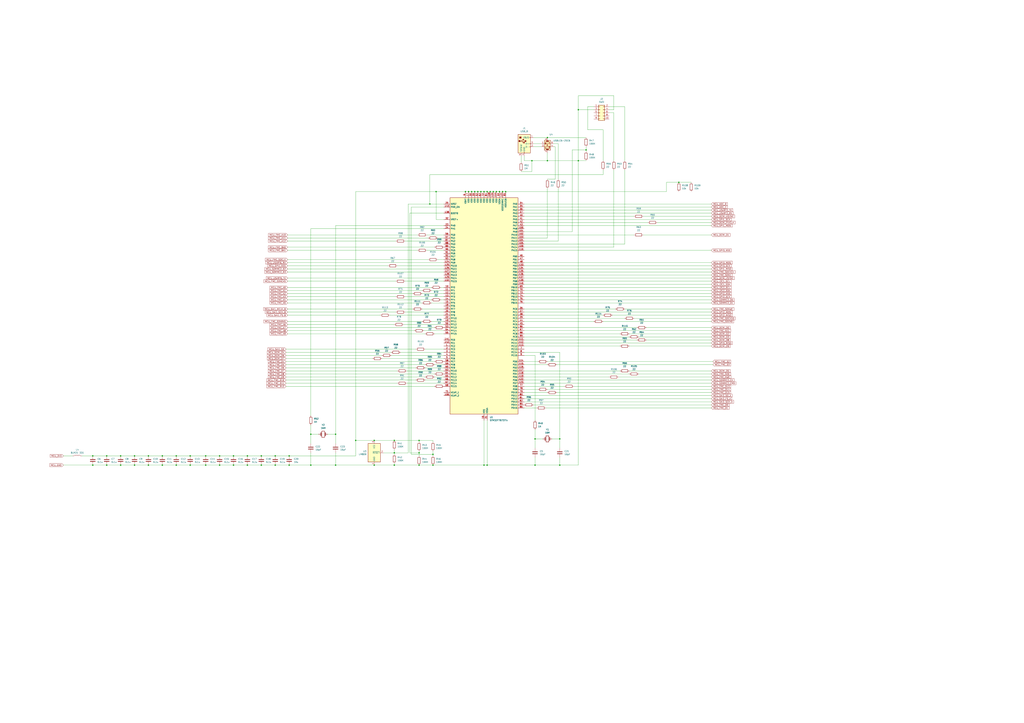
<source format=kicad_sch>
(kicad_sch (version 20250114) (generator "eeschema") (generator_version "9.0")
  (paper "A1")
  (junction (at 382.27 157.48))
  (junction (at 400.05 382.27))
  (junction (at 121.92 382.27))
  (junction (at 358.14 157.48))
  (junction (at 110.49 382.27))
  (junction (at 439.42 360.68))
  (junction (at 397.51 157.48))
  (junction (at 99.06 382.27))
  (junction (at 410.21 157.48))
  (junction (at 449.58 113.03))
  (junction (at 557.53 149.86))
  (junction (at 323.85 361.95))
  (junction (at 412.75 157.48))
  (junction (at 275.59 382.27))
  (junction (at 121.92 374.65))
  (junction (at 402.59 157.48))
  (junction (at 275.59 356.87))
  (junction (at 344.17 382.27))
  (junction (at 384.81 157.48))
  (junction (at 76.2 382.27))
  (junction (at 355.6 382.27))
  (junction (at 180.34 382.27))
  (junction (at 87.63 382.27))
  (junction (at 144.78 382.27))
  (junction (at 76.2 374.65))
  (junction (at 387.35 157.48))
  (junction (at 344.17 372.11))
  (junction (at 344.17 361.95))
  (junction (at 168.91 382.27))
  (junction (at 156.21 374.65))
  (junction (at 323.85 382.27))
  (junction (at 307.34 361.95))
  (junction (at 191.77 374.65))
  (junction (at 459.74 382.27))
  (junction (at 133.35 374.65))
  (junction (at 474.98 132.08))
  (junction (at 156.21 382.27))
  (junction (at 407.67 157.48))
  (junction (at 110.49 374.65))
  (junction (at 99.06 374.65))
  (junction (at 481.33 123.19))
  (junction (at 307.34 382.27))
  (junction (at 389.89 157.48))
  (junction (at 255.27 356.87))
  (junction (at 323.85 372.11))
  (junction (at 237.49 374.65))
  (junction (at 203.2 374.65))
  (junction (at 405.13 157.48))
  (junction (at 459.74 360.68))
  (junction (at 415.29 157.48))
  (junction (at 226.06 382.27))
  (junction (at 180.34 374.65))
  (junction (at 392.43 157.48))
  (junction (at 397.51 382.27))
  (junction (at 144.78 374.65))
  (junction (at 214.63 382.27))
  (junction (at 355.6 373.38))
  (junction (at 226.06 374.65))
  (junction (at 133.35 382.27))
  (junction (at 292.1 361.95))
  (junction (at 449.58 132.08))
  (junction (at 474.98 90.17))
  (junction (at 168.91 374.65))
  (junction (at 214.63 374.65))
  (junction (at 255.27 382.27))
  (junction (at 203.2 382.27))
  (junction (at 191.77 382.27))
  (junction (at 237.49 382.27))
  (junction (at 439.42 382.27))
  (junction (at 436.88 132.08))
  (junction (at 87.63 374.65))
  (junction (at 353.06 167.64))
  (junction (at 394.97 157.48))
  (junction (at 400.05 157.48))
  (wire (pts (xy 547.37 157.48) (xy 547.37 149.86)))
  (wire (pts (xy 236.22 264.16) (xy 346.71 264.16)))
  (wire (pts (xy 214.63 374.65) (xy 203.2 374.65)))
  (wire (pts (xy 275.59 372.11) (xy 275.59 382.27)))
  (wire (pts (xy 236.22 238.76) (xy 346.71 238.76)))
  (wire (pts (xy 355.6 361.95) (xy 344.17 361.95)))
  (wire (pts (xy 334.01 304.8) (xy 364.49 304.8)))
  (wire (pts (xy 584.2 330.2) (xy 430.53 330.2)))
  (wire (pts (xy 400.05 345.44) (xy 400.05 382.27)))
  (wire (pts (xy 430.53 226.06) (xy 584.2 226.06)))
  (wire (pts (xy 236.22 259.08) (xy 312.42 259.08)))
  (wire (pts (xy 236.22 254) (xy 339.09 254)))
  (wire (pts (xy 359.41 195.58) (xy 364.49 195.58)))
  (wire (pts (xy 236.22 266.7) (xy 323.85 266.7)))
  (wire (pts (xy 584.2 276.86) (xy 524.51 276.86)))
  (wire (pts (xy 523.24 269.24) (xy 430.53 269.24)))
  (wire (pts (xy 236.22 228.6) (xy 364.49 228.6)))
  (wire (pts (xy 439.42 375.92) (xy 439.42 382.27)))
  (wire (pts (xy 441.96 320.04) (xy 430.53 320.04)))
  (wire (pts (xy 454.66 120.65) (xy 455.93 120.65)))
  (wire (pts (xy 436.88 132.08) (xy 449.58 132.08)))
  (wire (pts (xy 584.2 322.58) (xy 457.2 322.58)))
  (wire (pts (xy 504.19 203.2) (xy 504.19 139.7)))
  (wire (pts (xy 236.22 269.24) (xy 356.87 269.24)))
  (wire (pts (xy 144.78 382.27) (xy 156.21 382.27)))
  (wire (pts (xy 459.74 360.68) (xy 459.74 368.3)))
  (wire (pts (xy 482.6 106.68) (xy 495.3 106.68)))
  (wire (pts (xy 436.88 140.97) (xy 436.88 132.08)))
  (wire (pts (xy 584.2 312.42) (xy 430.53 312.42)))
  (wire (pts (xy 234.95 314.96) (xy 326.39 314.96)))
  (wire (pts (xy 458.47 118.11) (xy 458.47 147.32)))
  (wire (pts (xy 415.29 157.48) (xy 547.37 157.48)))
  (wire (pts (xy 337.82 170.18) (xy 364.49 170.18)))
  (wire (pts (xy 236.22 205.74) (xy 342.9 205.74)))
  (wire (pts (xy 584.2 167.64) (xy 430.53 167.64)))
  (wire (pts (xy 354.33 248.92) (xy 364.49 248.92)))
  (wire (pts (xy 76.2 382.27) (xy 87.63 382.27)))
  (wire (pts (xy 334.01 314.96) (xy 364.49 314.96)))
  (wire (pts (xy 234.95 304.8) (xy 326.39 304.8)))
  (wire (pts (xy 168.91 374.65) (xy 156.21 374.65)))
  (wire (pts (xy 584.2 271.78) (xy 430.53 271.78)))
  (wire (pts (xy 121.92 374.65) (xy 110.49 374.65)))
  (wire (pts (xy 180.34 382.27) (xy 191.77 382.27)))
  (wire (pts (xy 584.2 259.08) (xy 502.92 259.08)))
  (wire (pts (xy 584.2 243.84) (xy 430.53 243.84)))
  (wire (pts (xy 585.47 299.72) (xy 457.2 299.72)))
  (wire (pts (xy 110.49 374.65) (xy 99.06 374.65)))
  (wire (pts (xy 354.33 238.76) (xy 364.49 238.76)))
  (wire (pts (xy 387.35 157.48) (xy 384.81 157.48)))
  (wire (pts (xy 99.06 382.27) (xy 110.49 382.27)))
  (wire (pts (xy 236.22 243.84) (xy 325.12 243.84)))
  (wire (pts (xy 504.19 78.74) (xy 474.98 78.74)))
  (wire (pts (xy 349.25 302.26) (xy 364.49 302.26)))
  (wire (pts (xy 347.98 271.78) (xy 364.49 271.78)))
  (wire (pts (xy 355.6 382.27) (xy 397.51 382.27)))
  (wire (pts (xy 356.87 274.32) (xy 364.49 274.32)))
  (wire (pts (xy 87.63 382.27) (xy 99.06 382.27)))
  (wire (pts (xy 356.87 299.72) (xy 364.49 299.72)))
  (wire (pts (xy 389.89 157.48) (xy 387.35 157.48)))
  (wire (pts (xy 328.93 289.56) (xy 364.49 289.56)))
  (wire (pts (xy 269.24 356.87) (xy 275.59 356.87)))
  (wire (pts (xy 292.1 374.65) (xy 237.49 374.65)))
  (wire (pts (xy 326.39 218.44) (xy 364.49 218.44)))
  (wire (pts (xy 584.2 241.3) (xy 430.53 241.3)))
  (wire (pts (xy 430.53 193.04) (xy 520.7 193.04)))
  (wire (pts (xy 458.47 198.12) (xy 458.47 154.94)))
  (wire (pts (xy 430.53 198.12) (xy 458.47 198.12)))
  (wire (pts (xy 234.95 287.02) (xy 341.63 287.02)))
  (wire (pts (xy 236.22 218.44) (xy 318.77 218.44)))
  (wire (pts (xy 427.99 128.27) (xy 427.99 133.35)))
  (wire (pts (xy 509.27 304.8) (xy 430.53 304.8)))
  (wire (pts (xy 392.43 157.48) (xy 389.89 157.48)))
  (wire (pts (xy 168.91 382.27) (xy 180.34 382.27)))
  (wire (pts (xy 455.93 120.65) (xy 455.93 147.32)))
  (wire (pts (xy 236.22 193.04) (xy 342.9 193.04)))
  (wire (pts (xy 344.17 382.27) (xy 355.6 382.27)))
  (wire (pts (xy 584.2 170.18) (xy 430.53 170.18)))
  (wire (pts (xy 255.27 349.25) (xy 255.27 356.87)))
  (wire (pts (xy 430.53 279.4) (xy 523.24 279.4)))
  (wire (pts (xy 505.46 254) (xy 430.53 254)))
  (wire (pts (xy 133.35 382.27) (xy 144.78 382.27)))
  (wire (pts (xy 449.58 132.08) (xy 449.58 125.73)))
  (wire (pts (xy 237.49 382.27) (xy 255.27 382.27)))
  (wire (pts (xy 584.2 335.28) (xy 448.31 335.28)))
  (wire (pts (xy 500.38 90.17) (xy 504.19 90.17)))
  (wire (pts (xy 355.6 363.22) (xy 355.6 361.95)))
  (wire (pts (xy 504.19 90.17) (xy 504.19 78.74)))
  (wire (pts (xy 87.63 374.65) (xy 76.2 374.65)))
  (wire (pts (xy 110.49 382.27) (xy 121.92 382.27)))
  (wire (pts (xy 584.2 223.52) (xy 430.53 223.52)))
  (wire (pts (xy 474.98 132.08) (xy 481.33 132.08)))
  (wire (pts (xy 402.59 157.48) (xy 400.05 157.48)))
  (wire (pts (xy 350.52 205.74) (xy 364.49 205.74)))
  (wire (pts (xy 481.33 120.65) (xy 481.33 123.19)))
  (wire (pts (xy 331.47 266.7) (xy 364.49 266.7)))
  (wire (pts (xy 584.2 332.74) (xy 438.15 332.74)))
  (wire (pts (xy 76.2 374.65) (xy 67.31 374.65)))
  (wire (pts (xy 500.38 309.88) (xy 430.53 309.88)))
  (wire (pts (xy 234.95 312.42) (xy 341.63 312.42)))
  (wire (pts (xy 430.53 128.27) (xy 430.53 132.08)))
  (wire (pts (xy 449.58 322.58) (xy 430.53 322.58)))
  (wire (pts (xy 236.22 274.32) (xy 349.25 274.32)))
  (wire (pts (xy 344.17 363.22) (xy 344.17 361.95)))
  (wire (pts (xy 584.2 205.74) (xy 430.53 205.74)))
  (wire (pts (xy 500.38 92.71) (xy 504.19 92.71)))
  (wire (pts (xy 236.22 231.14) (xy 325.12 231.14)))
  (wire (pts (xy 234.95 317.5) (xy 356.87 317.5)))
  (wire (pts (xy 344.17 370.84) (xy 344.17 372.11)))
  (wire (pts (xy 459.74 382.27) (xy 474.98 382.27)))
  (wire (pts (xy 180.34 374.65) (xy 168.91 374.65)))
  (wire (pts (xy 459.74 289.56) (xy 459.74 360.68)))
  (wire (pts (xy 495.3 139.7) (xy 495.3 143.51)))
  (wire (pts (xy 516.89 276.86) (xy 430.53 276.86)))
  (wire (pts (xy 346.71 241.3) (xy 364.49 241.3)))
  (wire (pts (xy 584.2 269.24) (xy 530.86 269.24)))
  (wire (pts (xy 584.2 175.26) (xy 430.53 175.26)))
  (wire (pts (xy 236.22 203.2) (xy 356.87 203.2)))
  (wire (pts (xy 275.59 185.42) (xy 364.49 185.42)))
  (wire (pts (xy 332.74 231.14) (xy 364.49 231.14)))
  (wire (pts (xy 584.2 284.48) (xy 516.89 284.48)))
  (wire (pts (xy 236.22 195.58) (xy 351.79 195.58)))
  (wire (pts (xy 236.22 223.52) (xy 364.49 223.52)))
  (wire (pts (xy 584.2 215.9) (xy 430.53 215.9)))
  (wire (pts (xy 236.22 246.38) (xy 354.33 246.38)))
  (wire (pts (xy 584.2 220.98) (xy 430.53 220.98)))
  (wire (pts (xy 361.95 246.38) (xy 364.49 246.38)))
  (wire (pts (xy 361.95 236.22) (xy 364.49 236.22)))
  (wire (pts (xy 307.34 361.95) (xy 323.85 361.95)))
  (wire (pts (xy 236.22 271.78) (xy 340.36 271.78)))
  (wire (pts (xy 415.29 157.48) (xy 412.75 157.48)))
  (wire (pts (xy 144.78 374.65) (xy 133.35 374.65)))
  (wire (pts (xy 513.08 261.62) (xy 430.53 261.62)))
  (wire (pts (xy 236.22 215.9) (xy 364.49 215.9)))
  (wire (pts (xy 236.22 220.98) (xy 364.49 220.98)))
  (wire (pts (xy 292.1 361.95) (xy 292.1 374.65)))
  (wire (pts (xy 384.81 157.48) (xy 382.27 157.48)))
  (wire (pts (xy 584.2 281.94) (xy 430.53 281.94)))
  (wire (pts (xy 355.6 373.38) (xy 355.6 374.65)))
  (wire (pts (xy 584.2 238.76) (xy 430.53 238.76)))
  (wire (pts (xy 469.9 123.19) (xy 481.33 123.19)))
  (wire (pts (xy 430.53 233.68) (xy 584.2 233.68)))
  (wire (pts (xy 255.27 382.27) (xy 275.59 382.27)))
  (wire (pts (xy 354.33 264.16) (xy 364.49 264.16)))
  (wire (pts (xy 99.06 374.65) (xy 87.63 374.65)))
  (wire (pts (xy 410.21 157.48) (xy 407.67 157.48)))
  (wire (pts (xy 350.52 193.04) (xy 364.49 193.04)))
  (wire (pts (xy 397.51 382.27) (xy 397.51 345.44)))
  (wire (pts (xy 440.69 335.28) (xy 430.53 335.28)))
  (wire (pts (xy 454.66 118.11) (xy 458.47 118.11)))
  (wire (pts (xy 203.2 382.27) (xy 214.63 382.27)))
  (wire (pts (xy 234.95 307.34) (xy 356.87 307.34)))
  (wire (pts (xy 427.99 140.97) (xy 436.88 140.97)))
  (wire (pts (xy 441.96 297.18) (xy 430.53 297.18)))
  (wire (pts (xy 292.1 157.48) (xy 292.1 361.95)))
  (wire (pts (xy 584.2 261.62) (xy 520.7 261.62)))
  (wire (pts (xy 335.28 372.11) (xy 335.28 167.64)))
  (wire (pts (xy 584.2 314.96) (xy 430.53 314.96)))
  (wire (pts (xy 584.2 236.22) (xy 430.53 236.22)))
  (wire (pts (xy 214.63 382.27) (xy 226.06 382.27)))
  (wire (pts (xy 356.87 309.88) (xy 364.49 309.88)))
  (wire (pts (xy 500.38 87.63) (xy 513.08 87.63)))
  (wire (pts (xy 234.95 299.72) (xy 349.25 299.72)))
  (wire (pts (xy 255.27 356.87) (xy 255.27 364.49)))
  (wire (pts (xy 449.58 195.58) (xy 430.53 195.58)))
  (wire (pts (xy 438.15 113.03) (xy 449.58 113.03)))
  (wire (pts (xy 323.85 381) (xy 323.85 382.27)))
  (wire (pts (xy 382.27 157.48) (xy 358.14 157.48)))
  (wire (pts (xy 584.2 246.38) (xy 430.53 246.38)))
  (wire (pts (xy 226.06 374.65) (xy 214.63 374.65)))
  (wire (pts (xy 234.95 289.56) (xy 321.31 289.56)))
  (wire (pts (xy 438.15 120.65) (xy 444.5 120.65)))
  (wire (pts (xy 430.53 203.2) (xy 504.19 203.2)))
  (wire (pts (xy 52.07 374.65) (xy 59.69 374.65)))
  (wire (pts (xy 584.2 309.88) (xy 508 309.88)))
  (wire (pts (xy 359.41 213.36) (xy 364.49 213.36)))
  (wire (pts (xy 52.07 382.27) (xy 76.2 382.27)))
  (wire (pts (xy 430.53 228.6) (xy 584.2 228.6)))
  (wire (pts (xy 255.27 372.11) (xy 255.27 382.27)))
  (wire (pts (xy 585.47 297.18) (xy 449.58 297.18)))
  (wire (pts (xy 236.22 241.3) (xy 339.09 241.3)))
  (wire (pts (xy 336.55 372.11) (xy 336.55 175.26)))
  (wire (pts (xy 323.85 369.57) (xy 323.85 372.11)))
  (wire (pts (xy 453.39 360.68) (xy 459.74 360.68)))
  (wire (pts (xy 430.53 200.66) (xy 513.08 200.66)))
  (wire (pts (xy 234.95 297.18) (xy 356.87 297.18)))
  (wire (pts (xy 400.05 157.48) (xy 397.51 157.48)))
  (wire (pts (xy 584.2 182.88) (xy 539.75 182.88)))
  (wire (pts (xy 584.2 248.92) (xy 430.53 248.92)))
  (wire (pts (xy 439.42 345.44) (xy 439.42 292.1)))
  (wire (pts (xy 320.04 259.08) (xy 364.49 259.08)))
  (wire (pts (xy 513.08 139.7) (xy 513.08 200.66)))
  (wire (pts (xy 469.9 190.5) (xy 469.9 123.19)))
  (wire (pts (xy 323.85 372.11) (xy 335.28 372.11)))
  (wire (pts (xy 584.2 304.8) (xy 516.89 304.8)))
  (wire (pts (xy 584.2 325.12) (xy 430.53 325.12)))
  (wire (pts (xy 481.33 123.19) (xy 481.33 124.46)))
  (wire (pts (xy 516.89 307.34) (xy 430.53 307.34)))
  (wire (pts (xy 346.71 254) (xy 364.49 254)))
  (wire (pts (xy 349.25 312.42) (xy 364.49 312.42)))
  (wire (pts (xy 121.92 382.27) (xy 133.35 382.27)))
  (wire (pts (xy 313.69 294.64) (xy 364.49 294.64)))
  (wire (pts (xy 547.37 149.86) (xy 557.53 149.86)))
  (wire (pts (xy 430.53 182.88) (xy 532.13 182.88)))
  (wire (pts (xy 474.98 132.08) (xy 474.98 382.27)))
  (wire (pts (xy 439.42 292.1) (xy 430.53 292.1)))
  (wire (pts (xy 307.34 382.27) (xy 323.85 382.27)))
  (wire (pts (xy 430.53 289.56) (xy 459.74 289.56)))
  (wire (pts (xy 405.13 157.48) (xy 402.59 157.48)))
  (wire (pts (xy 449.58 154.94) (xy 449.58 195.58)))
  (wire (pts (xy 275.59 382.27) (xy 307.34 382.27)))
  (wire (pts (xy 226.06 382.27) (xy 237.49 382.27)))
  (wire (pts (xy 261.62 356.87) (xy 255.27 356.87)))
  (wire (pts (xy 358.14 180.34) (xy 358.14 157.48)))
  (wire (pts (xy 237.49 374.65) (xy 226.06 374.65)))
  (wire (pts (xy 455.93 147.32) (xy 449.58 147.32)))
  (wire (pts (xy 353.06 167.64) (xy 364.49 167.64)))
  (wire (pts (xy 344.17 372.11) (xy 336.55 372.11)))
  (wire (pts (xy 203.2 374.65) (xy 191.77 374.65)))
  (wire (pts (xy 495.3 143.51) (xy 353.06 143.51)))
  (wire (pts (xy 449.58 299.72) (xy 430.53 299.72)))
  (wire (pts (xy 355.6 370.84) (xy 355.6 373.38)))
  (wire (pts (xy 474.98 90.17) (xy 487.68 90.17)))
  (wire (pts (xy 275.59 356.87) (xy 275.59 364.49)))
  (wire (pts (xy 584.2 218.44) (xy 430.53 218.44)))
  (wire (pts (xy 439.42 360.68) (xy 439.42 368.3)))
  (wire (pts (xy 584.2 254) (xy 513.08 254)))
  (wire (pts (xy 584.2 256.54) (xy 430.53 256.54)))
  (wire (pts (xy 412.75 157.48) (xy 410.21 157.48)))
  (wire (pts (xy 528.32 177.8) (xy 584.2 177.8)))
  (wire (pts (xy 584.2 264.16) (xy 495.3 264.16)))
  (wire (pts (xy 234.95 309.88) (xy 349.25 309.88)))
  (wire (pts (xy 584.2 327.66) (xy 430.53 327.66)))
  (wire (pts (xy 459.74 382.27) (xy 439.42 382.27)))
  (wire (pts (xy 236.22 236.22) (xy 354.33 236.22)))
  (wire (pts (xy 323.85 372.11) (xy 323.85 373.38)))
  (wire (pts (xy 438.15 118.11) (xy 444.5 118.11)))
  (wire (pts (xy 355.6 373.38) (xy 337.82 373.38)))
  (wire (pts (xy 407.67 157.48) (xy 405.13 157.48)))
  (wire (pts (xy 292.1 361.95) (xy 307.34 361.95)))
  (wire (pts (xy 397.51 157.48) (xy 394.97 157.48)))
  (wire (pts (xy 364.49 187.96) (xy 255.27 187.96)))
  (wire (pts (xy 474.98 90.17) (xy 474.98 132.08)))
  (wire (pts (xy 321.31 292.1) (xy 364.49 292.1)))
  (wire (pts (xy 236.22 248.92) (xy 346.71 248.92)))
  (wire (pts (xy 449.58 113.03) (xy 481.33 113.03)))
  (wire (pts (xy 255.27 187.96) (xy 255.27 341.63)))
  (wire (pts (xy 584.2 172.72) (xy 430.53 172.72)))
  (wire (pts (xy 332.74 198.12) (xy 364.49 198.12)))
  (wire (pts (xy 509.27 284.48) (xy 430.53 284.48)))
  (wire (pts (xy 430.53 132.08) (xy 436.88 132.08)))
  (wire (pts (xy 394.97 157.48) (xy 392.43 157.48)))
  (wire (pts (xy 584.2 317.5) (xy 471.17 317.5)))
  (wire (pts (xy 557.53 149.86) (xy 567.69 149.86)))
  (wire (pts (xy 430.53 177.8) (xy 520.7 177.8)))
  (wire (pts (xy 156.21 382.27) (xy 168.91 382.27)))
  (wire (pts (xy 513.08 87.63) (xy 513.08 132.08)))
  (wire (pts (xy 439.42 382.27) (xy 400.05 382.27)))
  (wire (pts (xy 584.2 307.34) (xy 524.51 307.34)))
  (wire (pts (xy 349.25 287.02) (xy 364.49 287.02)))
  (wire (pts (xy 530.86 279.4) (xy 584.2 279.4)))
  (wire (pts (xy 584.2 274.32) (xy 516.89 274.32)))
  (wire (pts (xy 449.58 132.08) (xy 474.98 132.08)))
  (wire (pts (xy 430.53 231.14) (xy 584.2 231.14)))
  (wire (pts (xy 584.2 185.42) (xy 430.53 185.42)))
  (wire (pts (xy 504.19 92.71) (xy 504.19 132.08)))
  (wire (pts (xy 463.55 317.5) (xy 430.53 317.5)))
  (wire (pts (xy 439.42 353.06) (xy 439.42 360.68)))
  (wire (pts (xy 445.77 360.68) (xy 439.42 360.68)))
  (wire (pts (xy 191.77 374.65) (xy 180.34 374.65)))
  (wire (pts (xy 236.22 213.36) (xy 351.79 213.36)))
  (wire (pts (xy 336.55 175.26) (xy 364.49 175.26)))
  (wire (pts (xy 156.21 374.65) (xy 144.78 374.65)))
  (wire (pts (xy 474.98 78.74) (xy 474.98 90.17)))
  (wire (pts (xy 332.74 243.84) (xy 364.49 243.84)))
  (wire (pts (xy 236.22 198.12) (xy 325.12 198.12)))
  (wire (pts (xy 323.85 382.27) (xy 344.17 382.27)))
  (wire (pts (xy 430.53 190.5) (xy 469.9 190.5)))
  (wire (pts (xy 314.96 372.11) (xy 323.85 372.11)))
  (wire (pts (xy 353.06 143.51) (xy 353.06 167.64)))
  (wire (pts (xy 584.2 320.04) (xy 449.58 320.04)))
  (wire (pts (xy 133.35 374.65) (xy 121.92 374.65)))
  (wire (pts (xy 344.17 372.11) (xy 344.17 374.65)))
  (wire (pts (xy 459.74 375.92) (xy 459.74 382.27)))
  (wire (pts (xy 528.32 193.04) (xy 584.2 193.04)))
  (wire (pts (xy 584.2 180.34) (xy 430.53 180.34)))
  (wire (pts (xy 191.77 382.27) (xy 203.2 382.27)))
  (wire (pts (xy 495.3 259.08) (xy 430.53 259.08)))
  (wire (pts (xy 487.68 264.16) (xy 430.53 264.16)))
  (wire (pts (xy 234.95 292.1) (xy 313.69 292.1)))
  (wire (pts (xy 358.14 180.34) (xy 364.49 180.34)))
  (wire (pts (xy 487.68 87.63) (xy 482.6 87.63)))
  (wire (pts (xy 234.95 294.64) (xy 306.07 294.64)))
  (wire (pts (xy 509.27 274.32) (xy 430.53 274.32)))
  (wire (pts (xy 482.6 87.63) (xy 482.6 106.68)))
  (wire (pts (xy 335.28 167.64) (xy 353.06 167.64)))
  (wire (pts (xy 495.3 106.68) (xy 495.3 132.08)))
  (wire (pts (xy 275.59 356.87) (xy 275.59 185.42)))
  (wire (pts (xy 358.14 157.48) (xy 292.1 157.48)))
  (wire (pts (xy 234.95 302.26) (xy 341.63 302.26)))
  (wire (pts (xy 332.74 256.54) (xy 364.49 256.54)))
  (wire (pts (xy 236.22 256.54) (xy 325.12 256.54)))
  (wire (pts (xy 344.17 361.95) (xy 323.85 361.95)))
  (wire (pts (xy 400.05 382.27) (xy 397.51 382.27)))
  (wire (pts (xy 337.82 373.38) (xy 337.82 170.18)))
  (global_label "MCU_SDMMC2_CMD" (shape input) (at 584.2 314.96 0) (property "Intersheetrefs" "${INTERSHEET_REFS}" (effects (hide yes))))
  (global_label "MCU_SPI1_SCK" (shape input) (at 584.2 180.34 0) (property "Intersheetrefs" "${INTERSHEET_REFS}" (effects (hide yes))))
  (global_label "MCU_FMC_D13" (shape input) (at 584.2 317.5 0) (property "Intersheetrefs" "${INTERSHEET_REFS}" (effects (hide yes))))
  (global_label "MCU_I2C1_SCL" (shape input) (at 584.2 231.14 0) (property "Intersheetrefs" "${INTERSHEET_REFS}" (effects (hide yes))))
  (global_label "MCU_SDMMC2_D0" (shape input) (at 584.2 246.38 0) (property "Intersheetrefs" "${INTERSHEET_REFS}" (effects (hide yes))))
  (global_label "MCU_FMC_D0" (shape input) (at 584.2 332.74 0) (property "Intersheetrefs" "${INTERSHEET_REFS}" (effects (hide yes))))
  (global_label "MCU_DCMI_D6" (shape input) (at 234.95 292.1 180) (property "Intersheetrefs" "${INTERSHEET_REFS}" (effects (hide yes))))
  (global_label "MCU_SAI1_SCK_B" (shape input) (at 236.22 256.54 180) (property "Intersheetrefs" "${INTERSHEET_REFS}" (effects (hide yes))))
  (global_label "MCU_FMC_D9" (shape input) (at 234.95 309.88 180) (property "Intersheetrefs" "${INTERSHEET_REFS}" (effects (hide yes))))
  (global_label "MCU_SPI2_NSS" (shape input) (at 584.2 241.3 0) (property "Intersheetrefs" "${INTERSHEET_REFS}" (effects (hide yes))))
  (global_label "MCU_SPI3_MISO" (shape input) (at 584.2 281.94 0) (property "Intersheetrefs" "${INTERSHEET_REFS}" (effects (hide yes))))
  (global_label "MCU_I2C1_SDA" (shape input) (at 584.2 233.68 0) (property "Intersheetrefs" "${INTERSHEET_REFS}" (effects (hide yes))))
  (global_label "MCU_DCMI_D1" (shape input) (at 584.2 193.04 0) (property "Intersheetrefs" "${INTERSHEET_REFS}" (effects (hide yes))))
  (global_label "MCU_FMC_A5" (shape input) (at 236.22 248.92 180) (property "Intersheetrefs" "${INTERSHEET_REFS}" (effects (hide yes))))
  (global_label "MCU_FMC_A4" (shape input) (at 236.22 246.38 180) (property "Intersheetrefs" "${INTERSHEET_REFS}" (effects (hide yes))))
  (global_label "MCU_DCMI_HSYNC" (shape input) (at 584.2 177.8 0) (property "Intersheetrefs" "${INTERSHEET_REFS}" (effects (hide yes))))
  (global_label "MCU_USART6_RX" (shape input) (at 236.22 215.9 180) (property "Intersheetrefs" "${INTERSHEET_REFS}" (effects (hide yes))))
  (global_label "MCU_SPI3_MOSI" (shape input) (at 584.2 215.9 0) (property "Intersheetrefs" "${INTERSHEET_REFS}" (effects (hide yes))))
  (global_label "MCU_SAI1_FS_B" (shape input) (at 236.22 259.08 180) (property "Intersheetrefs" "${INTERSHEET_REFS}" (effects (hide yes))))
  (global_label "MCU_FMC_D3" (shape input) (at 585.47 299.72 0) (property "Intersheetrefs" "${INTERSHEET_REFS}" (effects (hide yes))))
  (global_label "MCU_DCMI_PIXCLK" (shape input) (at 584.2 182.88 0) (property "Intersheetrefs" "${INTERSHEET_REFS}" (effects (hide yes))))
  (global_label "MCU_FMC_NOE" (shape input) (at 584.2 307.34 0) (property "Intersheetrefs" "${INTERSHEET_REFS}" (effects (hide yes))))
  (global_label "MCU_FMC_SDEN0" (shape input) (at 584.2 264.16 0) (property "Intersheetrefs" "${INTERSHEET_REFS}" (effects (hide yes))))
  (global_label "MCU_GND" (shape input) (at 52.07 382.27 180) (property "Intersheetrefs" "${INTERSHEET_REFS}" (effects (hide yes))))
  (global_label "MCU_3V3" (shape input) (at 52.07 374.65 180) (property "Intersheetrefs" "${INTERSHEET_REFS}" (effects (hide yes))))
  (global_label "MCU_FMC_D7" (shape input) (at 234.95 304.8 180) (property "Intersheetrefs" "${INTERSHEET_REFS}" (effects (hide yes))))
  (global_label "MCU_FMC_A3" (shape input) (at 236.22 243.84 180) (property "Intersheetrefs" "${INTERSHEET_REFS}" (effects (hide yes))))
  (global_label "MCU_FMC_D10" (shape input) (at 234.95 312.42 180) (property "Intersheetrefs" "${INTERSHEET_REFS}" (effects (hide yes))))
  (global_label "MCU_DCMI_D3" (shape input) (at 584.2 276.86 0) (property "Intersheetrefs" "${INTERSHEET_REFS}" (effects (hide yes))))
  (global_label "MCU_FMC_SDCKE1" (shape input) (at 584.2 223.52 0) (property "Intersheetrefs" "${INTERSHEET_REFS}" (effects (hide yes))))
  (global_label "MCU_FMC_D1" (shape input) (at 584.2 335.28 0) (property "Intersheetrefs" "${INTERSHEET_REFS}" (effects (hide yes))))
  (global_label "MCU_SDMMC2_CK" (shape input) (at 584.2 312.42 0) (property "Intersheetrefs" "${INTERSHEET_REFS}" (effects (hide yes))))
  (global_label "MCU_SPI3_NSS" (shape input) (at 584.2 205.74 0) (property "Intersheetrefs" "${INTERSHEET_REFS}" (effects (hide yes))))
  (global_label "MCU_FMC_A12" (shape input) (at 236.22 198.12 180) (property "Intersheetrefs" "${INTERSHEET_REFS}" (effects (hide yes))))
  (global_label "MCU_DCMI_D8" (shape input) (at 584.2 279.4 0) (property "Intersheetrefs" "${INTERSHEET_REFS}" (effects (hide yes))))
  (global_label "MCU_FMC_SDNWE" (shape input) (at 584.2 254 0) (property "Intersheetrefs" "${INTERSHEET_REFS}" (effects (hide yes))))
  (global_label "MCU_FMC_A11" (shape input) (at 236.22 195.58 180) (property "Intersheetrefs" "${INTERSHEET_REFS}" (effects (hide yes))))
  (global_label "MCU_SPI2_MISO" (shape input) (at 584.2 259.08 0) (property "Intersheetrefs" "${INTERSHEET_REFS}" (effects (hide yes))))
  (global_label "MCU_SDMMC2_D3" (shape input) (at 236.22 223.52 180) (property "Intersheetrefs" "${INTERSHEET_REFS}" (effects (hide yes))))
  (global_label "MCU_DCMI_VSYNC" (shape input) (at 584.2 228.6 0) (property "Intersheetrefs" "${INTERSHEET_REFS}" (effects (hide yes))))
  (global_label "MCU_USART2_TX" (shape input) (at 584.2 172.72 0) (property "Intersheetrefs" "${INTERSHEET_REFS}" (effects (hide yes))))
  (global_label "MCU_FMC_A10" (shape input) (at 236.22 193.04 180) (property "Intersheetrefs" "${INTERSHEET_REFS}" (effects (hide yes))))
  (global_label "MCU_SAI2_SCK_A" (shape input) (at 584.2 330.2 0) (property "Intersheetrefs" "${INTERSHEET_REFS}" (effects (hide yes))))
  (global_label "MCU_SPI2_MOSI" (shape input) (at 584.2 256.54 0) (property "Intersheetrefs" "${INTERSHEET_REFS}" (effects (hide yes))))
  (global_label "MCU_I2C2_SDA" (shape input) (at 584.2 238.76 0) (property "Intersheetrefs" "${INTERSHEET_REFS}" (effects (hide yes))))
  (global_label "MCU_FMC_D6" (shape input) (at 234.95 302.26 180) (property "Intersheetrefs" "${INTERSHEET_REFS}" (effects (hide yes))))
  (global_label "MCU_FMC_SDCLK" (shape input) (at 236.22 213.36 180) (property "Intersheetrefs" "${INTERSHEET_REFS}" (effects (hide yes))))
  (global_label "MCU_FMC_SDNCAS" (shape input) (at 236.22 231.14 180) (property "Intersheetrefs" "${INTERSHEET_REFS}" (effects (hide yes))))
  (global_label "MCU_DCMI_D7" (shape input) (at 234.95 294.64 180) (property "Intersheetrefs" "${INTERSHEET_REFS}" (effects (hide yes))))
  (global_label "MCU_FMC_A2" (shape input) (at 236.22 241.3 180) (property "Intersheetrefs" "${INTERSHEET_REFS}" (effects (hide yes))))
  (global_label "MCU_FMC_A1" (shape input) (at 236.22 238.76 180) (property "Intersheetrefs" "${INTERSHEET_REFS}" (effects (hide yes))))
  (global_label "MCU_FMC_A6" (shape input) (at 236.22 266.7 180) (property "Intersheetrefs" "${INTERSHEET_REFS}" (effects (hide yes))))
  (global_label "MCU_I2C2_SCL" (shape input) (at 584.2 236.22 0) (property "Intersheetrefs" "${INTERSHEET_REFS}" (effects (hide yes))))
  (global_label "MCU_USART2_RX" (shape input) (at 584.2 175.26 0) (property "Intersheetrefs" "${INTERSHEET_REFS}" (effects (hide yes))))
  (global_label "MCU_SDMMC2_D2" (shape input) (at 236.22 220.98 180) (property "Intersheetrefs" "${INTERSHEET_REFS}" (effects (hide yes))))
  (global_label "MCU_DCMI_D0" (shape input) (at 584.2 269.24 0) (property "Intersheetrefs" "${INTERSHEET_REFS}" (effects (hide yes))))
  (global_label "MCU_FMC_SDNRAS" (shape input) (at 236.22 264.16 180) (property "Intersheetrefs" "${INTERSHEET_REFS}" (effects (hide yes))))
  (global_label "MCU_SPI1_MOSI" (shape input) (at 584.2 185.42 0) (property "Intersheetrefs" "${INTERSHEET_REFS}" (effects (hide yes))))
  (global_label "MCU_FMC_D4" (shape input) (at 234.95 297.18 180) (property "Intersheetrefs" "${INTERSHEET_REFS}" (effects (hide yes))))
  (global_label "MCU_USART6_TX" (shape input) (at 236.22 228.6 180) (property "Intersheetrefs" "${INTERSHEET_REFS}" (effects (hide yes))))
  (global_label "MCU_ADC_0" (shape input) (at 584.2 167.64 0) (property "Intersheetrefs" "${INTERSHEET_REFS}" (effects (hide yes))))
  (global_label "MCU_FMC_D5" (shape input) (at 234.95 299.72 180) (property "Intersheetrefs" "${INTERSHEET_REFS}" (effects (hide yes))))
  (global_label "MCU_SDMMC2_D1" (shape input) (at 584.2 248.92 0) (property "Intersheetrefs" "${INTERSHEET_REFS}" (effects (hide yes))))
  (global_label "MCU_SPI3_SCK" (shape input) (at 584.2 218.44 0) (property "Intersheetrefs" "${INTERSHEET_REFS}" (effects (hide yes))))
  (global_label "MCU_SAI2_FS_A" (shape input) (at 584.2 327.66 0) (property "Intersheetrefs" "${INTERSHEET_REFS}" (effects (hide yes))))
  (global_label "MCU_FMC_BA0" (shape input) (at 236.22 203.2 180) (property "Intersheetrefs" "${INTERSHEET_REFS}" (effects (hide yes))))
  (global_label "MCU_SPI2_SCK" (shape input) (at 584.2 243.84 0) (property "Intersheetrefs" "${INTERSHEET_REFS}" (effects (hide yes))))
  (global_label "MCU_FMC_D15" (shape input) (at 584.2 322.58 0) (property "Intersheetrefs" "${INTERSHEET_REFS}" (effects (hide yes))))
  (global_label "MCU_FMC_A7" (shape input) (at 236.22 269.24 180) (property "Intersheetrefs" "${INTERSHEET_REFS}" (effects (hide yes))))
  (global_label "MCU_FMC_SDCKE0" (shape input) (at 584.2 261.62 0) (property "Intersheetrefs" "${INTERSHEET_REFS}" (effects (hide yes))))
  (global_label "MCU_FMC_D2" (shape input) (at 585.47 297.18 0) (property "Intersheetrefs" "${INTERSHEET_REFS}" (effects (hide yes))))
  (global_label "MCU_FMC_SDN1" (shape input) (at 584.2 226.06 0) (property "Intersheetrefs" "${INTERSHEET_REFS}" (effects (hide yes))))
  (global_label "MCU_DCMI_D9" (shape input) (at 584.2 284.48 0) (property "Intersheetrefs" "${INTERSHEET_REFS}" (effects (hide yes))))
  (global_label "MCU_FMC_D12" (shape input) (at 234.95 317.5 180) (property "Intersheetrefs" "${INTERSHEET_REFS}" (effects (hide yes))))
  (global_label "MCU_DCMI_D5" (shape input) (at 584.2 304.8 0) (property "Intersheetrefs" "${INTERSHEET_REFS}" (effects (hide yes))))
  (global_label "MCU_SAI2_SD_A" (shape input) (at 584.2 325.12 0) (property "Intersheetrefs" "${INTERSHEET_REFS}" (effects (hide yes))))
  (global_label "MCU_SAI1_MCLK_B" (shape input) (at 236.22 254 180) (property "Intersheetrefs" "${INTERSHEET_REFS}" (effects (hide yes))))
  (global_label "MCU_FMC_A8" (shape input) (at 236.22 271.78 180) (property "Intersheetrefs" "${INTERSHEET_REFS}" (effects (hide yes))))
  (global_label "MCU_SPI1_NSS" (shape input) (at 236.22 218.44 180) (property "Intersheetrefs" "${INTERSHEET_REFS}" (effects (hide yes))))
  (global_label "MCU_ADC_1" (shape input) (at 584.2 170.18 0) (property "Intersheetrefs" "${INTERSHEET_REFS}" (effects (hide yes))))
  (global_label "MCU_FMC_NE1" (shape input) (at 584.2 271.78 0) (property "Intersheetrefs" "${INTERSHEET_REFS}" (effects (hide yes))))
  (global_label "MCU_FMC_BA1" (shape input) (at 236.22 205.74 180) (property "Intersheetrefs" "${INTERSHEET_REFS}" (effects (hide yes))))
  (global_label "MCU_SPI1_MISO" (shape input) (at 584.2 220.98 0) (property "Intersheetrefs" "${INTERSHEET_REFS}" (effects (hide yes))))
  (global_label "MCU_FMC_A0" (shape input) (at 236.22 236.22 180) (property "Intersheetrefs" "${INTERSHEET_REFS}" (effects (hide yes))))
  (global_label "MCU_DCMI_D4" (shape input) (at 234.95 289.56 180) (property "Intersheetrefs" "${INTERSHEET_REFS}" (effects (hide yes))))
  (global_label "MCU_FMC_D14" (shape input) (at 584.2 320.04 0) (property "Intersheetrefs" "${INTERSHEET_REFS}" (effects (hide yes))))
  (global_label "MCU_DCMI_D2" (shape input) (at 584.2 274.32 0) (property "Intersheetrefs" "${INTERSHEET_REFS}" (effects (hide yes))))
  (global_label "MCU_FMC_D8" (shape input) (at 234.95 307.34 180) (property "Intersheetrefs" "${INTERSHEET_REFS}" (effects (hide yes))))
  (global_label "MCU_FMC_D11" (shape input) (at 234.95 314.96 180) (property "Intersheetrefs" "${INTERSHEET_REFS}" (effects (hide yes))))
  (global_label "MCU_SAI1_SD" (shape input) (at 234.95 287.02 180) (property "Intersheetrefs" "${INTERSHEET_REFS}" (effects (hide yes))))
  (global_label "MCU_FMC_A9" (shape input) (at 236.22 274.32 180) (property "Intersheetrefs" "${INTERSHEET_REFS}" (effects (hide yes))))
  (global_label "MCU_FMC_NWE" (shape input) (at 584.2 309.88 0) (property "Intersheetrefs" "${INTERSHEET_REFS}" (effects (hide yes))))
  (symbol (lib_id "Device:R") (at 328.93 243.84 90) (unit 1)
    (property "Reference" "R71" (at 328.93 237.49 90))
    (property "Value" "22" (at 328.93 240.03 90))
    (property "Footprint" "Resistor_SMD:R_0805_2012Metric_Pad1.20x1.40mm_HandSolder" (effects (hide yes)))
    (property "Description" "Resistor" (effects (hide yes)))
  )
  (symbol (lib_id "Device:R") (at 504.19 309.88 90) (unit 1)
    (property "Reference" "R106" (at 504.19 303.53 90))
    (property "Value" "22" (at 504.19 306.07 90))
    (property "Footprint" "Resistor_SMD:R_0805_2012Metric_Pad1.20x1.40mm_HandSolder" (effects (hide yes)))
    (property "Description" "Resistor" (effects (hide yes)))
  )
  (symbol (lib_id "Device:R") (at 445.77 320.04 90) (unit 1)
    (property "Reference" "R94" (at 445.77 313.69 90))
    (property "Value" "22" (at 445.77 316.23 90))
    (property "Footprint" "Resistor_SMD:R_0805_2012Metric_Pad1.20x1.40mm_HandSolder" (effects (hide yes)))
    (property "Description" "Resistor" (effects (hide yes)))
  )
  (symbol (lib_id "Device:R") (at 520.7 276.86 90) (unit 1)
    (property "Reference" "R62" (at 520.7 270.51 90))
    (property "Value" "22" (at 520.7 273.05 90))
    (property "Footprint" "Resistor_SMD:R_0805_2012Metric_Pad1.20x1.40mm_HandSolder" (effects (hide yes)))
    (property "Description" "Resistor" (effects (hide yes)))
  )
  (symbol (lib_id "Device:R") (at 353.06 309.88 90) (unit 1)
    (property "Reference" "R89" (at 353.06 303.53 90))
    (property "Value" "22" (at 353.06 306.07 90))
    (property "Footprint" "Resistor_SMD:R_0805_2012Metric_Pad1.20x1.40mm_HandSolder" (effects (hide yes)))
    (property "Description" "Resistor" (effects (hide yes)))
  )
  (symbol (lib_id "Device:R") (at 427.99 137.16 0) (unit 1)
    (property "Reference" "R51" (at 430.53 135.8899 0) (effects (justify left)))
    (property "Value" "1M" (at 430.53 138.4299 0) (effects (justify left)))
    (property "Footprint" "Resistor_SMD:R_0805_2012Metric_Pad1.20x1.40mm_HandSolder" (effects (hide yes)))
    (property "Description" "Resistor" (effects (hide yes)))
  )
  (symbol (lib_id "Device:R") (at 316.23 259.08 90) (unit 1)
    (property "Reference" "R113" (at 316.23 252.73 90))
    (property "Value" "22" (at 316.23 255.27 90))
    (property "Footprint" "Resistor_SMD:R_0805_2012Metric_Pad1.20x1.40mm_HandSolder" (effects (hide yes)))
    (property "Description" "Resistor" (effects (hide yes)))
  )
  (symbol (lib_id "Device:L") (at 63.5 374.65 90) (unit 1)
    (property "Reference" "L4" (at 63.5 369.57 90))
    (property "Value" "BLM21 331" (at 63.5 372.11 90))
    (property "Footprint" "Inductor_SMD:L_0805_2012Metric_Pad1.05x1.20mm_HandSolder" (effects (hide yes)))
    (property "Description" "Inductor" (effects (hide yes)))
  )
  (symbol (lib_id "Device:Crystal") (at 265.43 356.87 0) (unit 1)
    (property "Reference" "Y2" (at 265.43 349.25 0))
    (property "Value" "16M" (at 265.43 351.79 0))
    (property "Footprint" "Crystal:Crystal_HC49-U_Vertical" (effects (hide yes)))
    (property "Description" "Two pin crystal" (effects (hide yes)))
  )
  (symbol (lib_id "Device:R") (at 327.66 266.7 90) (unit 1)
    (property "Reference" "R78" (at 327.66 260.35 90))
    (property "Value" "22" (at 327.66 262.89 90))
    (property "Footprint" "Resistor_SMD:R_0805_2012Metric_Pad1.20x1.40mm_HandSolder" (effects (hide yes)))
    (property "Description" "Resistor" (effects (hide yes)))
  )
  (symbol (lib_id "Device:R") (at 434.34 332.74 90) (unit 1)
    (property "Reference" "R96" (at 434.34 326.39 90))
    (property "Value" "22" (at 434.34 328.93 90))
    (property "Footprint" "Resistor_SMD:R_0805_2012Metric_Pad1.20x1.40mm_HandSolder" (effects (hide yes)))
    (property "Description" "Resistor" (effects (hide yes)))
  )
  (symbol (lib_id "Device:R") (at 557.53 153.67 0) (unit 1)
    (property "Reference" "R108" (at 560.07 152.3999 0) (effects (justify left)))
    (property "Value" "10k" (at 560.07 154.9399 0) (effects (justify left)))
    (property "Footprint" "Resistor_SMD:R_0805_2012Metric_Pad1.20x1.40mm_HandSolder" (effects (hide yes)))
    (property "Description" "Resistor" (effects (hide yes)))
  )
  (symbol (lib_id "Device:R") (at 513.08 284.48 90) (unit 1)
    (property "Reference" "R65" (at 513.08 278.13 90))
    (property "Value" "22" (at 513.08 280.67 90))
    (property "Footprint" "Resistor_SMD:R_0805_2012Metric_Pad1.20x1.40mm_HandSolder" (effects (hide yes)))
    (property "Description" "Resistor" (effects (hide yes)))
  )
  (symbol (lib_id "Device:C") (at 255.27 368.3 0) (unit 1)
    (property "Reference" "C22" (at 259.08 367.0299 0) (effects (justify left)))
    (property "Value" "16pF" (at 259.08 369.5699 0) (effects (justify left)))
    (property "Footprint" "Capacitor_SMD:C_0805_2012Metric_Pad1.18x1.45mm_HandSolder" (effects (hide yes)))
    (property "Description" "Unpolarized capacitor" (effects (hide yes)))
  )
  (symbol (lib_id "Device:R") (at 328.93 231.14 90) (unit 1)
    (property "Reference" "R107" (at 328.93 224.79 90))
    (property "Value" "22" (at 328.93 227.33 90))
    (property "Footprint" "Resistor_SMD:R_0805_2012Metric_Pad1.20x1.40mm_HandSolder" (effects (hide yes)))
    (property "Description" "Resistor" (effects (hide yes)))
  )
  (symbol (lib_id "Device:R") (at 513.08 135.89 0) (unit 1)
    (property "Reference" "R54" (at 515.62 134.6199 0) (effects (justify left)))
    (property "Value" "22" (at 515.62 137.1599 0) (effects (justify left)))
    (property "Footprint" "Resistor_SMD:R_0805_2012Metric_Pad1.20x1.40mm_HandSolder" (effects (hide yes)))
    (property "Description" "Resistor" (effects (hide yes)))
  )
  (symbol (lib_id "Connector_Generic:Conn_02x05_Odd_Even") (at 492.76 92.71 0) (unit 1)
    (property "Reference" "J2" (at 494.03 81.28 0))
    (property "Value" "SWD" (at 494.03 83.82 0))
    (property "Footprint" "Connector_IDC:IDC-Header_2x05_P2.54mm_Vertical" (effects (hide yes)))
    (property "Description" "Generic connector, double row, 02x05, odd/even pin numbering scheme (row 1 odd numbers, row 2 even numbers), script generated (kicad-library-utils/schlib/autogen/connector/)" (effects (hide yes)))
  )
  (symbol (lib_id "Device:R") (at 345.44 312.42 90) (unit 1)
    (property "Reference" "R90" (at 345.44 306.07 90))
    (property "Value" "22" (at 345.44 308.61 90))
    (property "Footprint" "Resistor_SMD:R_0805_2012Metric_Pad1.20x1.40mm_HandSolder" (effects (hide yes)))
    (property "Description" "Resistor" (effects (hide yes)))
  )
  (symbol (lib_id "Device:R") (at 353.06 299.72 90) (unit 1)
    (property "Reference" "R85" (at 353.06 293.37 90))
    (property "Value" "22" (at 353.06 295.91 90))
    (property "Footprint" "Resistor_SMD:R_0805_2012Metric_Pad1.20x1.40mm_HandSolder" (effects (hide yes)))
    (property "Description" "Resistor" (effects (hide yes)))
  )
  (symbol (lib_id "Device:R") (at 520.7 307.34 90) (unit 1)
    (property "Reference" "R105" (at 520.7 300.99 90))
    (property "Value" "22" (at 520.7 303.53 90))
    (property "Footprint" "Resistor_SMD:R_0805_2012Metric_Pad1.20x1.40mm_HandSolder" (effects (hide yes)))
    (property "Description" "Resistor" (effects (hide yes)))
  )
  (symbol (lib_id "Device:C") (at 76.2 378.46 180) (unit 1)
    (property "Reference" "C6" (at 80.01 377.1899 0) (effects (justify right)))
    (property "Value" "0.1u" (at 80.01 379.7299 0) (effects (justify right)))
    (property "Footprint" "Capacitor_SMD:C_0805_2012Metric_Pad1.18x1.45mm_HandSolder" (effects (hide yes)))
    (property "Description" "Unpolarized capacitor" (effects (hide yes)))
  )
  (symbol (lib_id "Device:R") (at 345.44 287.02 90) (unit 1)
    (property "Reference" "R110" (at 345.44 280.67 90))
    (property "Value" "22" (at 345.44 283.21 90))
    (property "Footprint" "Resistor_SMD:R_0805_2012Metric_Pad1.20x1.40mm_HandSolder" (effects (hide yes)))
    (property "Description" "Resistor" (effects (hide yes)))
  )
  (symbol (lib_id "Device:C") (at 203.2 378.46 180) (unit 1)
    (property "Reference" "C17" (at 207.01 377.1899 0) (effects (justify right)))
    (property "Value" "0.1u" (at 207.01 379.7299 0) (effects (justify right)))
    (property "Footprint" "Capacitor_SMD:C_0805_2012Metric_Pad1.18x1.45mm_HandSolder" (effects (hide yes)))
    (property "Description" "Unpolarized capacitor" (effects (hide yes)))
  )
  (symbol (lib_id "Device:R") (at 342.9 254 90) (unit 1)
    (property "Reference" "R111" (at 342.9 247.65 90))
    (property "Value" "22" (at 342.9 250.19 90))
    (property "Footprint" "Resistor_SMD:R_0805_2012Metric_Pad1.20x1.40mm_HandSolder" (effects (hide yes)))
    (property "Description" "Resistor" (effects (hide yes)))
  )
  (symbol (lib_id "Device:R") (at 344.17 378.46 0) (unit 1)
    (property "Reference" "R44" (at 346.71 377.1899 0) (effects (justify left)))
    (property "Value" "100K" (at 346.71 379.7299 0) (effects (justify left)))
    (property "Footprint" "Resistor_SMD:R_0805_2012Metric_Pad1.20x1.40mm_HandSolder" (effects (hide yes)))
    (property "Description" "Resistor" (effects (hide yes)))
  )
  (symbol (lib_id "Device:R") (at 358.14 236.22 90) (unit 1)
    (property "Reference" "R68" (at 358.14 229.87 90))
    (property "Value" "22" (at 358.14 232.41 90))
    (property "Footprint" "Resistor_SMD:R_0805_2012Metric_Pad1.20x1.40mm_HandSolder" (effects (hide yes)))
    (property "Description" "Resistor" (effects (hide yes)))
  )
  (symbol (lib_id "Device:R") (at 360.68 203.2 90) (unit 1)
    (property "Reference" "R99" (at 360.68 196.85 90))
    (property "Value" "22" (at 360.68 199.39 90))
    (property "Footprint" "Resistor_SMD:R_0805_2012Metric_Pad1.20x1.40mm_HandSolder" (effects (hide yes)))
    (property "Description" "Resistor" (effects (hide yes)))
  )
  (symbol (lib_id "Device:R") (at 495.3 135.89 0) (unit 1)
    (property "Reference" "R55" (at 497.84 134.6199 0) (effects (justify left)))
    (property "Value" "22" (at 497.84 137.1599 0) (effects (justify left)))
    (property "Footprint" "Resistor_SMD:R_0805_2012Metric_Pad1.20x1.40mm_HandSolder" (effects (hide yes)))
    (property "Description" "Resistor" (effects (hide yes)))
  )
  (symbol (lib_id "Device:R") (at 491.49 264.16 90) (unit 1)
    (property "Reference" "R114" (at 491.49 257.81 90))
    (property "Value" "22" (at 491.49 260.35 90))
    (property "Footprint" "Resistor_SMD:R_0805_2012Metric_Pad1.20x1.40mm_HandSolder" (effects (hide yes)))
    (property "Description" "Resistor" (effects (hide yes)))
  )
  (symbol (lib_id "Device:R") (at 344.17 367.03 0) (unit 1)
    (property "Reference" "R43" (at 346.71 365.7599 0) (effects (justify left)))
    (property "Value" "100K" (at 346.71 368.2999 0) (effects (justify left)))
    (property "Footprint" "Resistor_SMD:R_0805_2012Metric_Pad1.20x1.40mm_HandSolder" (effects (hide yes)))
    (property "Description" "Resistor" (effects (hide yes)))
  )
  (symbol (lib_id "Device:R") (at 355.6 367.03 0) (unit 1)
    (property "Reference" "R45" (at 358.14 365.7599 0) (effects (justify left)))
    (property "Value" "100K" (at 358.14 368.2999 0) (effects (justify left)))
    (property "Footprint" "Resistor_SMD:R_0805_2012Metric_Pad1.20x1.40mm_HandSolder" (effects (hide yes)))
    (property "Description" "Resistor" (effects (hide yes)))
  )
  (symbol (lib_id "Device:R") (at 317.5 292.1 90) (unit 1)
    (property "Reference" "R57" (at 317.5 285.75 90))
    (property "Value" "22" (at 317.5 288.29 90))
    (property "Footprint" "Resistor_SMD:R_0805_2012Metric_Pad1.20x1.40mm_HandSolder" (effects (hide yes)))
    (property "Description" "Resistor" (effects (hide yes)))
  )
  (symbol (lib_id "Device:C") (at 156.21 378.46 180) (unit 1)
    (property "Reference" "C13" (at 160.02 377.1899 0) (effects (justify right)))
    (property "Value" "0.1u" (at 160.02 379.7299 0) (effects (justify right)))
    (property "Footprint" "Capacitor_SMD:C_0805_2012Metric_Pad1.18x1.45mm_HandSolder" (effects (hide yes)))
    (property "Description" "Unpolarized capacitor" (effects (hide yes)))
  )
  (symbol (lib_id "Device:R") (at 567.69 153.67 0) (unit 1)
    (property "Reference" "R109" (at 570.23 152.3999 0) (effects (justify left)))
    (property "Value" "10k" (at 570.23 154.9399 0) (effects (justify left)))
    (property "Footprint" "Resistor_SMD:R_0805_2012Metric_Pad1.20x1.40mm_HandSolder" (effects (hide yes)))
    (property "Description" "Resistor" (effects (hide yes)))
  )
  (symbol (lib_id "Device:R") (at 350.52 238.76 90) (unit 1)
    (property "Reference" "R69" (at 350.52 232.41 90))
    (property "Value" "22" (at 350.52 234.95 90))
    (property "Footprint" "Resistor_SMD:R_0805_2012Metric_Pad1.20x1.40mm_HandSolder" (effects (hide yes)))
    (property "Description" "Resistor" (effects (hide yes)))
  )
  (symbol (lib_id "Device:C") (at 214.63 378.46 180) (unit 1)
    (property "Reference" "C18" (at 218.44 377.1899 0) (effects (justify right)))
    (property "Value" "0.1u" (at 218.44 379.7299 0) (effects (justify right)))
    (property "Footprint" "Capacitor_SMD:C_0805_2012Metric_Pad1.18x1.45mm_HandSolder" (effects (hide yes)))
    (property "Description" "Unpolarized capacitor" (effects (hide yes)))
  )
  (symbol (lib_id "Device:C") (at 439.42 372.11 0) (unit 1)
    (property "Reference" "C5" (at 443.23 370.8399 0) (effects (justify left)))
    (property "Value" "16pF" (at 443.23 373.3799 0) (effects (justify left)))
    (property "Footprint" "Capacitor_SMD:C_0805_2012Metric_Pad1.18x1.45mm_HandSolder" (effects (hide yes)))
    (property "Description" "Unpolarized capacitor" (effects (hide yes)))
  )
  (symbol (lib_id "Device:R") (at 449.58 151.13 0) (unit 1)
    (property "Reference" "R49" (at 452.12 149.8599 0) (effects (justify left)))
    (property "Value" "22" (at 452.12 152.3999 0) (effects (justify left)))
    (property "Footprint" "Resistor_SMD:R_0805_2012Metric_Pad1.20x1.40mm_HandSolder" (effects (hide yes)))
    (property "Description" "Resistor" (effects (hide yes)))
  )
  (symbol (lib_id "Device:R") (at 328.93 198.12 90) (unit 1)
    (property "Reference" "R98" (at 328.93 191.77 90))
    (property "Value" "22" (at 328.93 194.31 90))
    (property "Footprint" "Resistor_SMD:R_0805_2012Metric_Pad1.20x1.40mm_HandSolder" (effects (hide yes)))
    (property "Description" "Resistor" (effects (hide yes)))
  )
  (symbol (lib_id "Device:R") (at 439.42 349.25 0) (unit 1)
    (property "Reference" "R40" (at 441.96 347.9799 0) (effects (justify left)))
    (property "Value" "1K" (at 441.96 350.5199 0) (effects (justify left)))
    (property "Footprint" "Resistor_SMD:R_0805_2012Metric_Pad1.20x1.40mm_HandSolder" (effects (hide yes)))
    (property "Description" "Resistor" (effects (hide yes)))
  )
  (symbol (lib_id "Device:R") (at 328.93 256.54 90) (unit 1)
    (property "Reference" "R112" (at 328.93 250.19 90))
    (property "Value" "22" (at 328.93 252.73 90))
    (property "Footprint" "Resistor_SMD:R_0805_2012Metric_Pad1.20x1.40mm_HandSolder" (effects (hide yes)))
    (property "Description" "Resistor" (effects (hide yes)))
  )
  (symbol (lib_id "Device:R") (at 322.58 218.44 90) (unit 1)
    (property "Reference" "R67" (at 322.58 212.09 90))
    (property "Value" "22" (at 322.58 214.63 90))
    (property "Footprint" "Resistor_SMD:R_0805_2012Metric_Pad1.20x1.40mm_HandSolder" (effects (hide yes)))
    (property "Description" "Resistor" (effects (hide yes)))
  )
  (symbol (lib_id "Device:R") (at 323.85 377.19 0) (unit 1)
    (property "Reference" "R42" (at 326.39 375.9199 0) (effects (justify left)))
    (property "Value" "100K" (at 326.39 378.4599 0) (effects (justify left)))
    (property "Footprint" "Resistor_SMD:R_0805_2012Metric_Pad1.20x1.40mm_HandSolder" (effects (hide yes)))
    (property "Description" "Resistor" (effects (hide yes)))
  )
  (symbol (lib_id "Device:R") (at 481.33 116.84 0) (unit 1)
    (property "Reference" "R47" (at 483.87 115.5699 0) (effects (justify left)))
    (property "Value" "100K" (at 483.87 118.1099 0) (effects (justify left)))
    (property "Footprint" "Resistor_SMD:R_0805_2012Metric_Pad1.20x1.40mm_HandSolder" (effects (hide yes)))
    (property "Description" "Resistor" (effects (hide yes)))
  )
  (symbol (lib_id "Device:R") (at 323.85 365.76 0) (unit 1)
    (property "Reference" "R41" (at 326.39 364.4899 0) (effects (justify left)))
    (property "Value" "100K" (at 326.39 367.0299 0) (effects (justify left)))
    (property "Footprint" "Resistor_SMD:R_0805_2012Metric_Pad1.20x1.40mm_HandSolder" (effects (hide yes)))
    (property "Description" "Resistor" (effects (hide yes)))
  )
  (symbol (lib_id "Device:C") (at 459.74 372.11 0) (unit 1)
    (property "Reference" "C21" (at 463.55 370.8399 0) (effects (justify left)))
    (property "Value" "16pF" (at 463.55 373.3799 0) (effects (justify left)))
    (property "Footprint" "Capacitor_SMD:C_0805_2012Metric_Pad1.18x1.45mm_HandSolder" (effects (hide yes)))
    (property "Description" "Unpolarized capacitor" (effects (hide yes)))
  )
  (symbol (lib_id "Device:C") (at 226.06 378.46 180) (unit 1)
    (property "Reference" "C19" (at 229.87 377.1899 0) (effects (justify right)))
    (property "Value" "0.1u" (at 229.87 379.7299 0) (effects (justify right)))
    (property "Footprint" "Capacitor_SMD:C_0805_2012Metric_Pad1.18x1.45mm_HandSolder" (effects (hide yes)))
    (property "Description" "Unpolarized capacitor" (effects (hide yes)))
  )
  (symbol (lib_id "Device:R") (at 499.11 259.08 90) (unit 1)
    (property "Reference" "R75" (at 499.11 252.73 90))
    (property "Value" "22" (at 499.11 255.27 90))
    (property "Footprint" "Resistor_SMD:R_0805_2012Metric_Pad1.20x1.40mm_HandSolder" (effects (hide yes)))
    (property "Description" "Resistor" (effects (hide yes)))
  )
  (symbol (lib_id "Device:C") (at 275.59 368.3 0) (unit 1)
    (property "Reference" "C23" (at 279.4 367.0299 0) (effects (justify left)))
    (property "Value" "16pF" (at 279.4 369.5699 0) (effects (justify left)))
    (property "Footprint" "Capacitor_SMD:C_0805_2012Metric_Pad1.18x1.45mm_HandSolder" (effects (hide yes)))
    (property "Description" "Unpolarized capacitor" (effects (hide yes)))
  )
  (symbol (lib_id "Device:Crystal") (at 449.58 360.68 0) (unit 1)
    (property "Reference" "Y1" (at 449.58 353.06 0))
    (property "Value" "16M" (at 449.58 355.6 0))
    (property "Footprint" "Crystal:Crystal_HC49-U_Vertical" (effects (hide yes)))
    (property "Description" "Two pin crystal" (effects (hide yes)))
  )
  (symbol (lib_id "Device:C") (at 133.35 378.46 180) (unit 1)
    (property "Reference" "C11" (at 137.16 377.1899 0) (effects (justify right)))
    (property "Value" "0.1u" (at 137.16 379.7299 0) (effects (justify right)))
    (property "Footprint" "Capacitor_SMD:C_0805_2012Metric_Pad1.18x1.45mm_HandSolder" (effects (hide yes)))
    (property "Description" "Unpolarized capacitor" (effects (hide yes)))
  )
  (symbol (lib_id "Device:R") (at 360.68 317.5 90) (unit 1)
    (property "Reference" "R92" (at 360.68 311.15 90))
    (property "Value" "22" (at 360.68 313.69 90))
    (property "Footprint" "Resistor_SMD:R_0805_2012Metric_Pad1.20x1.40mm_HandSolder" (effects (hide yes)))
    (property "Description" "Resistor" (effects (hide yes)))
  )
  (symbol (lib_id "Device:R") (at 516.89 261.62 90) (unit 1)
    (property "Reference" "R76" (at 516.89 255.27 90))
    (property "Value" "22" (at 516.89 257.81 90))
    (property "Footprint" "Resistor_SMD:R_0805_2012Metric_Pad1.20x1.40mm_HandSolder" (effects (hide yes)))
    (property "Description" "Resistor" (effects (hide yes)))
  )
  (symbol (lib_id "Device:R") (at 355.6 378.46 0) (unit 1)
    (property "Reference" "R46" (at 358.14 377.1899 0) (effects (justify left)))
    (property "Value" "100K" (at 358.14 379.7299 0) (effects (justify left)))
    (property "Footprint" "Resistor_SMD:R_0805_2012Metric_Pad1.20x1.40mm_HandSolder" (effects (hide yes)))
    (property "Description" "Resistor" (effects (hide yes)))
  )
  (symbol (lib_id "Device:C") (at 144.78 378.46 180) (unit 1)
    (property "Reference" "C12" (at 148.59 377.1899 0) (effects (justify right)))
    (property "Value" "0.1u" (at 148.59 379.7299 0) (effects (justify right)))
    (property "Footprint" "Capacitor_SMD:C_0805_2012Metric_Pad1.18x1.45mm_HandSolder" (effects (hide yes)))
    (property "Description" "Unpolarized capacitor" (effects (hide yes)))
  )
  (symbol (lib_id "Device:R") (at 360.68 297.18 90) (unit 1)
    (property "Reference" "R84" (at 360.68 290.83 90))
    (property "Value" "22" (at 360.68 293.37 90))
    (property "Footprint" "Resistor_SMD:R_0805_2012Metric_Pad1.20x1.40mm_HandSolder" (effects (hide yes)))
    (property "Description" "Resistor" (effects (hide yes)))
  )
  (symbol (lib_id "Device:R") (at 453.39 299.72 90) (unit 1)
    (property "Reference" "R104" (at 453.39 293.37 90))
    (property "Value" "22" (at 453.39 295.91 90))
    (property "Footprint" "Resistor_SMD:R_0805_2012Metric_Pad1.20x1.40mm_HandSolder" (effects (hide yes)))
    (property "Description" "Resistor" (effects (hide yes)))
  )
  (symbol (lib_id "Device:C") (at 110.49 378.46 180) (unit 1)
    (property "Reference" "C9" (at 114.3 377.1899 0) (effects (justify right)))
    (property "Value" "0.1u" (at 114.3 379.7299 0) (effects (justify right)))
    (property "Footprint" "Capacitor_SMD:C_0805_2012Metric_Pad1.18x1.45mm_HandSolder" (effects (hide yes)))
    (property "Description" "Unpolarized capacitor" (effects (hide yes)))
  )
  (symbol (lib_id "Device:R") (at 527.05 269.24 90) (unit 1)
    (property "Reference" "R61" (at 527.05 262.89 90))
    (property "Value" "22" (at 527.05 265.43 90))
    (property "Footprint" "Resistor_SMD:R_0805_2012Metric_Pad1.20x1.40mm_HandSolder" (effects (hide yes)))
    (property "Description" "Resistor" (effects (hide yes)))
  )
  (symbol (lib_id "Device:R") (at 346.71 205.74 90) (unit 1)
    (property "Reference" "R100" (at 346.71 199.39 90))
    (property "Value" "22" (at 346.71 201.93 90))
    (property "Footprint" "Resistor_SMD:R_0805_2012Metric_Pad1.20x1.40mm_HandSolder" (effects (hide yes)))
    (property "Description" "Resistor" (effects (hide yes)))
  )
  (symbol (lib_id "Device:R") (at 481.33 128.27 0) (unit 1)
    (property "Reference" "R48" (at 483.87 126.9999 0) (effects (justify left)))
    (property "Value" "100K" (at 483.87 129.5399 0) (effects (justify left)))
    (property "Footprint" "Resistor_SMD:R_0805_2012Metric_Pad1.20x1.40mm_HandSolder" (effects (hide yes)))
    (property "Description" "Resistor" (effects (hide yes)))
  )
  (symbol (lib_id "Device:R") (at 342.9 241.3 90) (unit 1)
    (property "Reference" "R70" (at 342.9 234.95 90))
    (property "Value" "22" (at 342.9 237.49 90))
    (property "Footprint" "Resistor_SMD:R_0805_2012Metric_Pad1.20x1.40mm_HandSolder" (effects (hide yes)))
    (property "Description" "Resistor" (effects (hide yes)))
  )
  (symbol (lib_id "Device:R") (at 355.6 213.36 90) (unit 1)
    (property "Reference" "R101" (at 355.6 207.01 90))
    (property "Value" "22" (at 355.6 209.55 90))
    (property "Footprint" "Resistor_SMD:R_0805_2012Metric_Pad1.20x1.40mm_HandSolder" (effects (hide yes)))
    (property "Description" "Resistor" (effects (hide yes)))
  )
  (symbol (lib_id "Device:C") (at 237.49 378.46 180) (unit 1)
    (property "Reference" "C20" (at 241.3 377.1899 0) (effects (justify right)))
    (property "Value" "10u" (at 241.3 379.7299 0) (effects (justify right)))
    (property "Footprint" "Capacitor_SMD:C_1210_3225Metric_Pad1.33x2.70mm_HandSolder" (effects (hide yes)))
    (property "Description" "Unpolarized capacitor" (effects (hide yes)))
  )
  (symbol (lib_id "Device:R") (at 467.36 317.5 90) (unit 1)
    (property "Reference" "R93" (at 467.36 311.15 90))
    (property "Value" "22" (at 467.36 313.69 90))
    (property "Footprint" "Resistor_SMD:R_0805_2012Metric_Pad1.20x1.40mm_HandSolder" (effects (hide yes)))
    (property "Description" "Resistor" (effects (hide yes)))
  )
  (symbol (lib_id "Device:R") (at 524.51 193.04 90) (unit 1)
    (property "Reference" "R63" (at 524.51 186.69 90))
    (property "Value" "22" (at 524.51 189.23 90))
    (property "Footprint" "Resistor_SMD:R_0805_2012Metric_Pad1.20x1.40mm_HandSolder" (effects (hide yes)))
    (property "Description" "Resistor" (effects (hide yes)))
  )
  (symbol (lib_id "Device:R") (at 344.17 271.78 90) (unit 1)
    (property "Reference" "R80" (at 344.17 265.43 90))
    (property "Value" "22" (at 344.17 267.97 90))
    (property "Footprint" "Resistor_SMD:R_0805_2012Metric_Pad1.20x1.40mm_HandSolder" (effects (hide yes)))
    (property "Description" "Resistor" (effects (hide yes)))
  )
  (symbol (lib_id "Device:C") (at 168.91 378.46 180) (unit 1)
    (property "Reference" "C14" (at 172.72 377.1899 0) (effects (justify right)))
    (property "Value" "0.1u" (at 172.72 379.7299 0) (effects (justify right)))
    (property "Footprint" "Capacitor_SMD:C_0805_2012Metric_Pad1.18x1.45mm_HandSolder" (effects (hide yes)))
    (property "Description" "Unpolarized capacitor" (effects (hide yes)))
  )
  (symbol (lib_id "Device:R") (at 350.52 248.92 90) (unit 1)
    (property "Reference" "R73" (at 350.52 242.57 90))
    (property "Value" "22" (at 350.52 245.11 90))
    (property "Footprint" "Resistor_SMD:R_0805_2012Metric_Pad1.20x1.40mm_HandSolder" (effects (hide yes)))
    (property "Description" "Resistor" (effects (hide yes)))
  )
  (symbol (lib_id "Device:R") (at 358.14 246.38 90) (unit 1)
    (property "Reference" "R72" (at 358.14 240.03 90))
    (property "Value" "22" (at 358.14 242.57 90))
    (property "Footprint" "Resistor_SMD:R_0805_2012Metric_Pad1.20x1.40mm_HandSolder" (effects (hide yes)))
    (property "Description" "Resistor" (effects (hide yes)))
  )
  (symbol (lib_id "Device:R") (at 444.5 335.28 90) (unit 1)
    (property "Reference" "R97" (at 444.5 328.93 90))
    (property "Value" "22" (at 444.5 331.47 90))
    (property "Footprint" "Resistor_SMD:R_0805_2012Metric_Pad1.20x1.40mm_HandSolder" (effects (hide yes)))
    (property "Description" "Resistor" (effects (hide yes)))
  )
  (symbol (lib_id "Device:C") (at 121.92 378.46 180) (unit 1)
    (property "Reference" "C10" (at 125.73 377.1899 0) (effects (justify right)))
    (property "Value" "0.1u" (at 125.73 379.7299 0) (effects (justify right)))
    (property "Footprint" "Capacitor_SMD:C_0805_2012Metric_Pad1.18x1.45mm_HandSolder" (effects (hide yes)))
    (property "Description" "Unpolarized capacitor" (effects (hide yes)))
  )
  (symbol (lib_id "Device:R") (at 504.19 135.89 0) (unit 1)
    (property "Reference" "R53" (at 506.73 134.6199 0) (effects (justify left)))
    (property "Value" "22" (at 506.73 137.1599 0) (effects (justify left)))
    (property "Footprint" "Resistor_SMD:R_0805_2012Metric_Pad1.20x1.40mm_HandSolder" (effects (hide yes)))
    (property "Description" "Resistor" (effects (hide yes)))
  )
  (symbol (lib_id "Device:R") (at 345.44 302.26 90) (unit 1)
    (property "Reference" "R86" (at 345.44 295.91 90))
    (property "Value" "22" (at 345.44 298.45 90))
    (property "Footprint" "Resistor_SMD:R_0805_2012Metric_Pad1.20x1.40mm_HandSolder" (effects (hide yes)))
    (property "Description" "Resistor" (effects (hide yes)))
  )
  (symbol (lib_id "Device:R") (at 513.08 274.32 90) (unit 1)
    (property "Reference" "R115" (at 513.08 267.97 90))
    (property "Value" "22" (at 513.08 270.51 90))
    (property "Footprint" "Resistor_SMD:R_0805_2012Metric_Pad1.20x1.40mm_HandSolder" (effects (hide yes)))
    (property "Description" "Resistor" (effects (hide yes)))
  )
  (symbol (lib_id "Device:R") (at 360.68 269.24 90) (unit 1)
    (property "Reference" "R79" (at 360.68 262.89 90))
    (property "Value" "22" (at 360.68 265.43 90))
    (property "Footprint" "Resistor_SMD:R_0805_2012Metric_Pad1.20x1.40mm_HandSolder" (effects (hide yes)))
    (property "Description" "Resistor" (effects (hide yes)))
  )
  (symbol (lib_id "MCU_ST_STM32F7:STM32F767ZITx") (at 397.51 251.46 0) (unit 1)
    (property "Reference" "U1" (at 402.1933 342.9 0) (effects (justify left)))
    (property "Value" "STM32F767ZITx" (at 402.1933 345.44 0) (effects (justify left)))
    (property "Footprint" "Package_QFP:LQFP-144_20x20mm_P0.5mm" (effects (hide yes)))
    (property "Datasheet" "https://www.st.com/resource/en/datasheet/stm32f767zi.pdf" (effects (hide yes)))
    (property "Description" "STMicroelectronics Arm Cortex-M7 MCU, 2048KB flash, 512KB RAM, 216 MHz, 1.7-3.6V, 114 GPIO, LQFP144" (effects (hide yes)))
  )
  (symbol (lib_id "Device:R") (at 325.12 289.56 90) (unit 1)
    (property "Reference" "R58" (at 325.12 283.21 90))
    (property "Value" "22" (at 325.12 285.75 90))
    (property "Footprint" "Resistor_SMD:R_0805_2012Metric_Pad1.20x1.40mm_HandSolder" (effects (hide yes)))
    (property "Description" "Resistor" (effects (hide yes)))
  )
  (symbol (lib_id "Power_Supervisor:LM809") (at 307.34 372.11 0) (unit 1)
    (property "Reference" "U3" (at 300.99 370.8399 0) (effects (justify right)))
    (property "Value" "LM809" (at 300.99 373.3799 0) (effects (justify right)))
    (property "Footprint" "Package_TO_SOT_SMD:SOT-23" (effects (hide yes)))
    (property "Datasheet" "http://www.ti.com/lit/ds/symlink/lm809.pdf" (effects (hide yes)))
    (property "Description" "Microprocessor Reset (active-low) Circuit, SOT-23" (effects (hide yes)))
  )
  (symbol (lib_id "Device:R") (at 458.47 151.13 0) (unit 1)
    (property "Reference" "R50" (at 461.01 149.8599 0) (effects (justify left)))
    (property "Value" "22" (at 461.01 152.3999 0) (effects (justify left)))
    (property "Footprint" "Resistor_SMD:R_0805_2012Metric_Pad1.20x1.40mm_HandSolder" (effects (hide yes)))
    (property "Description" "Resistor" (effects (hide yes)))
  )
  (symbol (lib_id "Device:R") (at 255.27 345.44 0) (unit 1)
    (property "Reference" "R52" (at 257.81 344.1699 0) (effects (justify left)))
    (property "Value" "1K" (at 257.81 346.7099 0) (effects (justify left)))
    (property "Footprint" "Resistor_SMD:R_0805_2012Metric_Pad1.20x1.40mm_HandSolder" (effects (hide yes)))
    (property "Description" "Resistor" (effects (hide yes)))
  )
  (symbol (lib_id "Device:R") (at 524.51 177.8 90) (unit 1)
    (property "Reference" "R59" (at 524.51 171.45 90))
    (property "Value" "22" (at 524.51 173.99 90))
    (property "Footprint" "Resistor_SMD:R_0805_2012Metric_Pad1.20x1.40mm_HandSolder" (effects (hide yes)))
    (property "Description" "Resistor" (effects (hide yes)))
  )
  (symbol (lib_id "Device:R") (at 535.94 182.88 90) (unit 1)
    (property "Reference" "R60" (at 535.94 176.53 90))
    (property "Value" "22" (at 535.94 179.07 90))
    (property "Footprint" "Resistor_SMD:R_0805_2012Metric_Pad1.20x1.40mm_HandSolder" (effects (hide yes)))
    (property "Description" "Resistor" (effects (hide yes)))
  )
  (symbol (lib_id "Connector:USB_B") (at 430.53 118.11 0) (unit 1)
    (property "Reference" "J1" (at 430.53 105.41 0))
    (property "Value" "USB_B" (at 430.53 107.95 0))
    (property "Footprint" "Connector_USB:USB_B_Lumberg_2411_02_Horizontal" (effects (hide yes)))
    (property "Description" "USB Type B connector" (effects (hide yes)))
  )
  (symbol (lib_id "Device:C") (at 99.06 378.46 180) (unit 1)
    (property "Reference" "C8" (at 102.87 377.1899 0) (effects (justify right)))
    (property "Value" "0.1u" (at 102.87 379.7299 0) (effects (justify right)))
    (property "Footprint" "Capacitor_SMD:C_0805_2012Metric_Pad1.18x1.45mm_HandSolder" (effects (hide yes)))
    (property "Description" "Unpolarized capacitor" (effects (hide yes)))
  )
  (symbol (lib_id "Device:R") (at 355.6 195.58 90) (unit 1)
    (property "Reference" "R83" (at 355.6 189.23 90))
    (property "Value" "22" (at 355.6 191.77 90))
    (property "Footprint" "Resistor_SMD:R_0805_2012Metric_Pad1.20x1.40mm_HandSolder" (effects (hide yes)))
    (property "Description" "Resistor" (effects (hide yes)))
  )
  (symbol (lib_id "Device:R") (at 360.68 307.34 90) (unit 1)
    (property "Reference" "R88" (at 360.68 300.99 90))
    (property "Value" "22" (at 360.68 303.53 90))
    (property "Footprint" "Resistor_SMD:R_0805_2012Metric_Pad1.20x1.40mm_HandSolder" (effects (hide yes)))
    (property "Description" "Resistor" (effects (hide yes)))
  )
  (symbol (lib_id "Device:C") (at 191.77 378.46 180) (unit 1)
    (property "Reference" "C16" (at 195.58 377.1899 0) (effects (justify right)))
    (property "Value" "0.1u" (at 195.58 379.7299 0) (effects (justify right)))
    (property "Footprint" "Capacitor_SMD:C_0805_2012Metric_Pad1.18x1.45mm_HandSolder" (effects (hide yes)))
    (property "Description" "Unpolarized capacitor" (effects (hide yes)))
  )
  (symbol (lib_id "Device:R") (at 346.71 193.04 90) (unit 1)
    (property "Reference" "R82" (at 346.71 186.69 90))
    (property "Value" "22" (at 346.71 189.23 90))
    (property "Footprint" "Resistor_SMD:R_0805_2012Metric_Pad1.20x1.40mm_HandSolder" (effects (hide yes)))
    (property "Description" "Resistor" (effects (hide yes)))
  )
  (symbol (lib_id "Device:C") (at 87.63 378.46 180) (unit 1)
    (property "Reference" "C7" (at 91.44 377.1899 0) (effects (justify right)))
    (property "Value" "0.1u" (at 91.44 379.7299 0) (effects (justify right)))
    (property "Footprint" "Capacitor_SMD:C_0805_2012Metric_Pad1.18x1.45mm_HandSolder" (effects (hide yes)))
    (property "Description" "Unpolarized capacitor" (effects (hide yes)))
  )
  (symbol (lib_id "Device:R") (at 309.88 294.64 90) (unit 1)
    (property "Reference" "R56" (at 309.88 288.29 90))
    (property "Value" "22" (at 309.88 290.83 90))
    (property "Footprint" "Resistor_SMD:R_0805_2012Metric_Pad1.20x1.40mm_HandSolder" (effects (hide yes)))
    (property "Description" "Resistor" (effects (hide yes)))
  )
  (symbol (lib_id "Device:R") (at 330.2 314.96 90) (unit 1)
    (property "Reference" "R91" (at 330.2 308.61 90))
    (property "Value" "22" (at 330.2 311.15 90))
    (property "Footprint" "Resistor_SMD:R_0805_2012Metric_Pad1.20x1.40mm_HandSolder" (effects (hide yes)))
    (property "Description" "Resistor" (effects (hide yes)))
  )
  (symbol (lib_id "Device:R") (at 330.2 304.8 90) (unit 1)
    (property "Reference" "R87" (at 330.2 298.45 90))
    (property "Value" "22" (at 330.2 300.99 90))
    (property "Footprint" "Resistor_SMD:R_0805_2012Metric_Pad1.20x1.40mm_HandSolder" (effects (hide yes)))
    (property "Description" "Resistor" (effects (hide yes)))
  )
  (symbol (lib_id "Device:R") (at 445.77 297.18 90) (unit 1)
    (property "Reference" "R103" (at 445.77 290.83 90))
    (property "Value" "22" (at 445.77 293.37 90))
    (property "Footprint" "Resistor_SMD:R_0805_2012Metric_Pad1.20x1.40mm_HandSolder" (effects (hide yes)))
    (property "Description" "Resistor" (effects (hide yes)))
  )
  (symbol (lib_id "Power_Protection:USBLC6-2SC6") (at 449.58 118.11 0) (unit 1)
    (property "Reference" "U4" (at 451.2311 110.49 0) (effects (justify left)))
    (property "Value" "USBLC6-2SC6" (at 454.406 115.57 0) (effects (justify left)))
    (property "Footprint" "Package_TO_SOT_SMD:SOT-23-6" (effects (hide yes)))
    (property "Datasheet" "https://www.st.com/resource/en/datasheet/usblc6-2.pdf" (effects (hide yes)))
    (property "Description" "Very low capacitance ESD protection diode, 2 data-line, SOT-23-6" (effects (hide yes)))
  )
  (symbol (lib_id "Device:C") (at 180.34 378.46 180) (unit 1)
    (property "Reference" "C15" (at 184.15 377.1899 0) (effects (justify right)))
    (property "Value" "0.1u" (at 184.15 379.7299 0) (effects (justify right)))
    (property "Footprint" "Capacitor_SMD:C_0805_2012Metric_Pad1.18x1.45mm_HandSolder" (effects (hide yes)))
    (property "Description" "Unpolarized capacitor" (effects (hide yes)))
  )
  (symbol (lib_id "Device:R") (at 453.39 322.58 90) (unit 1)
    (property "Reference" "R95" (at 453.39 316.23 90))
    (property "Value" "22" (at 453.39 318.77 90))
    (property "Footprint" "Resistor_SMD:R_0805_2012Metric_Pad1.20x1.40mm_HandSolder" (effects (hide yes)))
    (property "Description" "Resistor" (effects (hide yes)))
  )
  (symbol (lib_id "Device:R") (at 509.27 254 90) (unit 1)
    (property "Reference" "R74" (at 509.27 247.65 90))
    (property "Value" "22" (at 509.27 250.19 90))
    (property "Footprint" "Resistor_SMD:R_0805_2012Metric_Pad1.20x1.40mm_HandSolder" (effects (hide yes)))
    (property "Description" "Resistor" (effects (hide yes)))
  )
  (symbol (lib_id "Device:R") (at 513.08 304.8 90) (unit 1)
    (property "Reference" "R66" (at 513.08 298.45 90))
    (property "Value" "22" (at 513.08 300.99 90))
    (property "Footprint" "Resistor_SMD:R_0805_2012Metric_Pad1.20x1.40mm_HandSolder" (effects (hide yes)))
    (property "Description" "Resistor" (effects (hide yes)))
  )
  (symbol (lib_id "Device:R") (at 350.52 264.16 90) (unit 1)
    (property "Reference" "R77" (at 350.52 257.81 90))
    (property "Value" "22" (at 350.52 260.35 90))
    (property "Footprint" "Resistor_SMD:R_0805_2012Metric_Pad1.20x1.40mm_HandSolder" (effects (hide yes)))
    (property "Description" "Resistor" (effects (hide yes)))
  )
  (symbol (lib_id "Device:R") (at 353.06 274.32 90) (unit 1)
    (property "Reference" "R81" (at 353.06 267.97 90))
    (property "Value" "22" (at 353.06 270.51 90))
    (property "Footprint" "Resistor_SMD:R_0805_2012Metric_Pad1.20x1.40mm_HandSolder" (effects (hide yes)))
    (property "Description" "Resistor" (effects (hide yes)))
  )
  (symbol (lib_id "Device:R") (at 527.05 279.4 90) (unit 1)
    (property "Reference" "R64" (at 527.05 273.05 90))
    (property "Value" "22" (at 527.05 275.59 90))
    (property "Footprint" "Resistor_SMD:R_0805_2012Metric_Pad1.20x1.40mm_HandSolder" (effects (hide yes)))
    (property "Description" "Resistor" (effects (hide yes)))
  )
)
</source>
